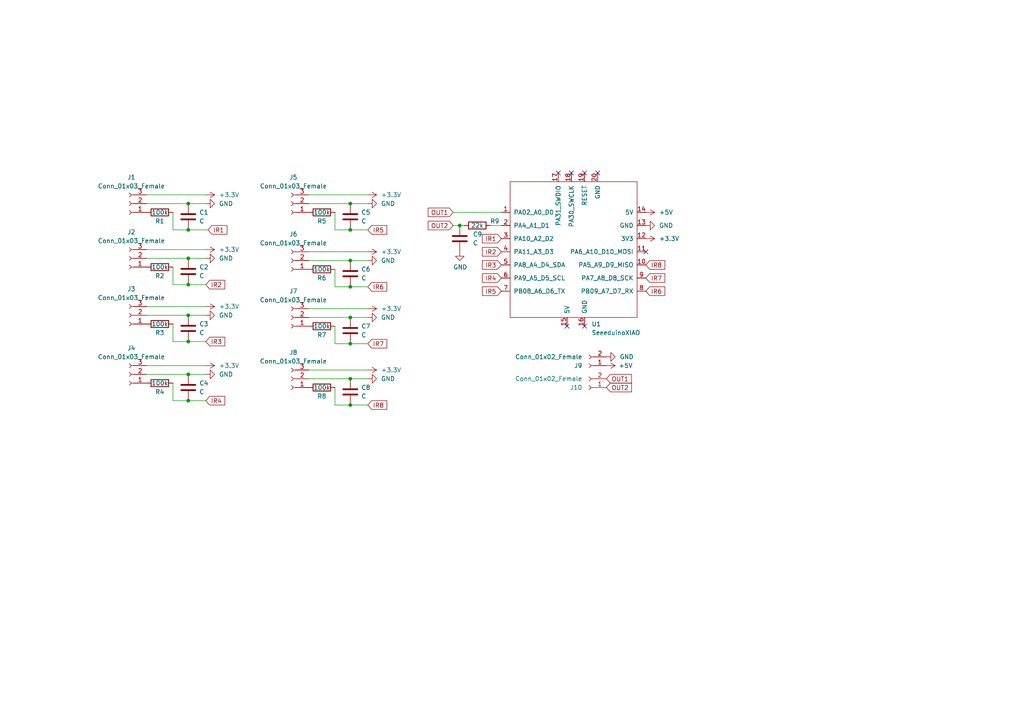
<source format=kicad_sch>
(kicad_sch (version 20211123) (generator eeschema)
  (paper "A4")
  (lib_symbols
    (symbol "Connector:Conn_01x02_Female" (pin_names (offset 1.016) hide)
      (property "Reference" "J" (at 0 2.54 0))
      (property "Value" "Conn_01x02_Female" (at 0 -5.08 0))
      (symbol "Conn_01x02_Female_1_1"
        (arc (start 0 -2.032) (mid -0.508 -2.54) (end 0 -3.048) (stroke (width 0.1524)))
        (polyline (pts (xy -1.27 -2.54) (xy -0.508 -2.54)) (stroke (width 0.1524)))
        (polyline (pts (xy -1.27 0) (xy -0.508 0)) (stroke (width 0.1524)))
        (arc (start 0 0.508) (mid -0.508 0) (end 0 -0.508) (stroke (width 0.1524)))
        (pin passive line (at -5.08 0 0) (length 3.81) (name "Pin_1") (number "1"))
        (pin passive line (at -5.08 -2.54 0) (length 3.81) (name "Pin_2") (number "2"))
      )
    )
    (symbol "Connector:Conn_01x03_Female" (pin_names (offset 1.016) hide)
      (property "Reference" "J" (at 0 5.08 0))
      (property "Value" "Conn_01x03_Female" (at 0 -5.08 0))
      (symbol "Conn_01x03_Female_1_1"
        (arc (start 0 -2.032) (mid -0.508 -2.54) (end 0 -3.048) (stroke (width 0.1524)))
        (polyline (pts (xy -1.27 -2.54) (xy -0.508 -2.54)) (stroke (width 0.1524)))
        (polyline (pts (xy -1.27 0) (xy -0.508 0)) (stroke (width 0.1524)))
        (polyline (pts (xy -1.27 2.54) (xy -0.508 2.54)) (stroke (width 0.1524)))
        (arc (start 0 0.508) (mid -0.508 0) (end 0 -0.508) (stroke (width 0.1524)))
        (arc (start 0 3.048) (mid -0.508 2.54) (end 0 2.032) (stroke (width 0.1524)))
        (pin passive line (at -5.08 2.54 0) (length 3.81) (name "Pin_1") (number "1"))
        (pin passive line (at -5.08 0 0) (length 3.81) (name "Pin_2") (number "2"))
        (pin passive line (at -5.08 -2.54 0) (length 3.81) (name "Pin_3") (number "3"))
      )
    )
    (symbol "Device:C" (pin_numbers hide) (pin_names (offset 0.254))
      (property "Reference" "C" (at 0.635 2.54 0))
      (property "Value" "C" (at 0.635 -2.54 0))
      (symbol "C_0_1"
        (polyline (pts (xy -2.032 -0.762) (xy 2.032 -0.762)) (stroke (width 0.508)))
        (polyline (pts (xy -2.032 0.762) (xy 2.032 0.762)) (stroke (width 0.508)))
      )
      (symbol "C_1_1"
        (pin passive line (at 0 3.81 270) (length 2.794) (name "~") (number "1"))
        (pin passive line (at 0 -3.81 90) (length 2.794) (name "~") (number "2"))
      )
    )
    (symbol "Device:R" (pin_numbers hide) (pin_names (offset 0))
      (property "Reference" "R" (at 2.032 0 90))
      (property "Value" "R" (at 0 0 90))
      (symbol "R_0_1"
        (rectangle (start -1.016 -2.54) (end 1.016 2.54) (stroke (width 0.254)))
      )
      (symbol "R_1_1"
        (pin passive line (at 0 3.81 270) (length 1.27) (name "~") (number "1"))
        (pin passive line (at 0 -3.81 90) (length 1.27) (name "~") (number "2"))
      )
    )
    (symbol "Seeeduino XIAO:SeeeduinoXIAO" (pin_names (offset 1.016))
      (property "Reference" "U" (at -19.05 22.86 0))
      (property "Value" "SeeeduinoXIAO" (at -12.7 21.59 0))
      (symbol "SeeeduinoXIAO_0_1"
        (rectangle (start -19.05 20.32) (end 17.78 -19.05))
      )
      (symbol "SeeeduinoXIAO_1_1"
        (pin unspecified line (at -21.59 11.43 0) (length 2.54) (name "PA02_A0_D0") (number "1"))
        (pin unspecified line (at 20.32 -3.81 180) (length 2.54) (name "PA5_A9_D9_MISO") (number "10"))
        (pin unspecified line (at 20.32 0 180) (length 2.54) (name "PA6_A10_D10_MOSI") (number "11"))
        (pin unspecified line (at 20.32 3.81 180) (length 2.54) (name "3V3") (number "12"))
        (pin unspecified line (at 20.32 7.62 180) (length 2.54) (name "GND") (number "13"))
        (pin unspecified line (at 20.32 11.43 180) (length 2.54) (name "5V") (number "14"))
        (pin input line (at -2.54 -21.59 90) (length 2.54) (name "5V") (number "15"))
        (pin input line (at 2.54 -21.59 90) (length 2.54) (name "GND") (number "16"))
        (pin input line (at -5.08 22.86 270) (length 2.54) (name "PA31_SWDIO") (number "17"))
        (pin input line (at -1.27 22.86 270) (length 2.54) (name "PA30_SWCLK") (number "18"))
        (pin input line (at 2.54 22.86 270) (length 2.54) (name "RESET") (number "19"))
        (pin unspecified line (at -21.59 7.62 0) (length 2.54) (name "PA4_A1_D1") (number "2"))
        (pin input line (at 6.35 22.86 270) (length 2.54) (name "GND") (number "20"))
        (pin unspecified line (at -21.59 3.81 0) (length 2.54) (name "PA10_A2_D2") (number "3"))
        (pin unspecified line (at -21.59 0 0) (length 2.54) (name "PA11_A3_D3") (number "4"))
        (pin unspecified line (at -21.59 -3.81 0) (length 2.54) (name "PA8_A4_D4_SDA") (number "5"))
        (pin unspecified line (at -21.59 -7.62 0) (length 2.54) (name "PA9_A5_D5_SCL") (number "6"))
        (pin unspecified line (at -21.59 -11.43 0) (length 2.54) (name "PB08_A6_D6_TX") (number "7"))
        (pin unspecified line (at 20.32 -11.43 180) (length 2.54) (name "PB09_A7_D7_RX") (number "8"))
        (pin unspecified line (at 20.32 -7.62 180) (length 2.54) (name "PA7_A8_D8_SCK") (number "9"))
      )
    )
    (symbol "power:+3.3V" (power) (pin_names (offset 0))
      (property "Value" "+3.3V" (at 0 3.556 0))
      (symbol "+3.3V_0_1"
        (polyline (pts (xy -0.762 1.27) (xy 0 2.54)))
        (polyline (pts (xy 0 0) (xy 0 2.54)))
        (polyline (pts (xy 0 2.54) (xy 0.762 1.27)))
      )
      (symbol "+3.3V_1_1"
        (pin power_in line (at 0 0 90) (length 0) hide (name "+3.3V") (number "1"))
      )
    )
    (symbol "power:+5V" (power) (pin_names (offset 0))
      (property "Value" "+5V" (at 0 3.556 0))
      (symbol "+5V_0_1"
        (polyline (pts (xy -0.762 1.27) (xy 0 2.54)))
        (polyline (pts (xy 0 0) (xy 0 2.54)))
        (polyline (pts (xy 0 2.54) (xy 0.762 1.27)))
      )
      (symbol "+5V_1_1"
        (pin power_in line (at 0 0 90) (length 0) hide (name "+5V") (number "1"))
      )
    )
    (symbol "power:GND" (power) (pin_names (offset 0))
      (property "Value" "GND" (at 0 -3.81 0))
      (symbol "GND_0_1"
        (polyline (pts (xy 0 0) (xy 0 -1.27) (xy 1.27 -1.27) (xy 0 -2.54) (xy -1.27 -1.27) (xy 0 -1.27)))
      )
      (symbol "GND_1_1"
        (pin power_in line (at 0 0 270) (length 0) hide (name "GND") (number "1"))
      )
    )
  )
  (junction (at 101.6 109.855))
  (junction (at 54.61 91.44))
  (junction (at 133.35 65.405))
  (junction (at 54.61 66.675))
  (junction (at 101.6 59.055))
  (junction (at 101.6 75.565))
  (junction (at 101.6 66.675))
  (junction (at 101.6 117.475))
  (junction (at 101.6 92.075))
  (junction (at 54.61 108.585))
  (junction (at 54.61 74.93))
  (junction (at 54.61 99.06))
  (junction (at 54.61 82.55))
  (junction (at 101.6 99.695))
  (junction (at 54.61 116.205))
  (junction (at 54.61 59.055))
  (junction (at 101.6 83.185))
  (no_connect (at 169.545 94.615))
  (no_connect (at 165.735 50.165))
  (no_connect (at 161.925 50.165))
  (no_connect (at 164.465 94.615))
  (no_connect (at 173.355 50.165))
  (no_connect (at 169.545 50.165))
  (no_connect (at 187.325 73.025))
  (wire (pts (xy 106.68 56.515) (xy 89.535 56.515)))
  (wire (pts (xy 59.69 74.93) (xy 54.61 74.93)))
  (wire (pts (xy 54.61 108.585) (xy 42.545 108.585)))
  (wire (pts (xy 54.61 99.06) (xy 50.165 99.06)))
  (wire (pts (xy 54.61 91.44) (xy 42.545 91.44)))
  (wire (pts (xy 50.165 66.675) (xy 50.165 61.595)))
  (wire (pts (xy 142.24 65.405) (xy 145.415 65.405)))
  (wire (pts (xy 106.68 66.675) (xy 101.6 66.675)))
  (wire (pts (xy 54.61 59.055) (xy 42.545 59.055)))
  (wire (pts (xy 101.6 59.055) (xy 89.535 59.055)))
  (wire (pts (xy 59.69 59.055) (xy 54.61 59.055)))
  (wire (pts (xy 101.6 75.565) (xy 89.535 75.565)))
  (wire (pts (xy 54.61 74.93) (xy 42.545 74.93)))
  (wire (pts (xy 101.6 83.185) (xy 97.155 83.185)))
  (wire (pts (xy 101.6 109.855) (xy 89.535 109.855)))
  (wire (pts (xy 106.68 73.025) (xy 89.535 73.025)))
  (wire (pts (xy 106.68 109.855) (xy 101.6 109.855)))
  (wire (pts (xy 101.6 92.075) (xy 89.535 92.075)))
  (wire (pts (xy 106.68 92.075) (xy 101.6 92.075)))
  (wire (pts (xy 60.325 66.675) (xy 54.61 66.675)))
  (wire (pts (xy 59.69 106.045) (xy 42.545 106.045)))
  (wire (pts (xy 59.69 72.39) (xy 42.545 72.39)))
  (wire (pts (xy 97.155 83.185) (xy 97.155 78.105)))
  (wire (pts (xy 50.165 99.06) (xy 50.165 93.98)))
  (wire (pts (xy 131.445 61.595) (xy 145.415 61.595)))
  (wire (pts (xy 54.61 66.675) (xy 50.165 66.675)))
  (wire (pts (xy 106.68 107.315) (xy 89.535 107.315)))
  (wire (pts (xy 59.69 116.205) (xy 54.61 116.205)))
  (wire (pts (xy 54.61 82.55) (xy 50.165 82.55)))
  (wire (pts (xy 106.68 99.695) (xy 101.6 99.695)))
  (wire (pts (xy 97.155 66.675) (xy 97.155 61.595)))
  (wire (pts (xy 106.68 89.535) (xy 89.535 89.535)))
  (wire (pts (xy 133.35 65.405) (xy 134.62 65.405)))
  (wire (pts (xy 59.69 88.9) (xy 42.545 88.9)))
  (wire (pts (xy 50.165 82.55) (xy 50.165 77.47)))
  (wire (pts (xy 131.445 65.405) (xy 133.35 65.405)))
  (wire (pts (xy 59.69 56.515) (xy 42.545 56.515)))
  (wire (pts (xy 101.6 66.675) (xy 97.155 66.675)))
  (wire (pts (xy 106.68 75.565) (xy 101.6 75.565)))
  (wire (pts (xy 54.61 116.205) (xy 50.165 116.205)))
  (wire (pts (xy 106.68 59.055) (xy 101.6 59.055)))
  (wire (pts (xy 59.69 99.06) (xy 54.61 99.06)))
  (wire (pts (xy 59.69 91.44) (xy 54.61 91.44)))
  (wire (pts (xy 101.6 117.475) (xy 97.155 117.475)))
  (wire (pts (xy 50.165 116.205) (xy 50.165 111.125)))
  (wire (pts (xy 59.69 82.55) (xy 54.61 82.55)))
  (wire (pts (xy 101.6 99.695) (xy 97.155 99.695)))
  (wire (pts (xy 106.68 117.475) (xy 101.6 117.475)))
  (wire (pts (xy 59.69 108.585) (xy 54.61 108.585)))
  (wire (pts (xy 97.155 117.475) (xy 97.155 112.395)))
  (wire (pts (xy 97.155 99.695) (xy 97.155 94.615)))
  (wire (pts (xy 106.68 83.185) (xy 101.6 83.185)))
  (global_label "OUT2" (shape input) (at 131.445 65.405 180) (property "Intersheet References" "${INTERSHEET_REFS}" (effects hide)))
  (global_label "IR2" (shape input) (at 59.69 82.55 0) (property "Intersheet References" "${INTERSHEET_REFS}" (effects hide)))
  (global_label "IR5" (shape input) (at 106.68 66.675 0) (property "Intersheet References" "${INTERSHEET_REFS}" (effects hide)))
  (global_label "IR3" (shape input) (at 145.415 76.835 180) (property "Intersheet References" "${INTERSHEET_REFS}" (effects hide)))
  (global_label "IR6" (shape input) (at 106.68 83.185 0) (property "Intersheet References" "${INTERSHEET_REFS}" (effects hide)))
  (global_label "IR7" (shape input) (at 187.325 80.645 0) (property "Intersheet References" "${INTERSHEET_REFS}" (effects hide)))
  (global_label "OUT1" (shape input) (at 131.445 61.595 180) (property "Intersheet References" "${INTERSHEET_REFS}" (effects hide)))
  (global_label "IR1" (shape input) (at 60.325 66.675 0) (property "Intersheet References" "${INTERSHEET_REFS}" (effects hide)))
  (global_label "IR8" (shape input) (at 187.325 76.835 0) (property "Intersheet References" "${INTERSHEET_REFS}" (effects hide)))
  (global_label "IR4" (shape input) (at 145.415 80.645 180) (property "Intersheet References" "${INTERSHEET_REFS}" (effects hide)))
  (global_label "IR2" (shape input) (at 145.415 73.025 180) (property "Intersheet References" "${INTERSHEET_REFS}" (effects hide)))
  (global_label "IR7" (shape input) (at 106.68 99.695 0) (property "Intersheet References" "${INTERSHEET_REFS}" (effects hide)))
  (global_label "OUT1" (shape input) (at 175.895 109.855 0) (property "Intersheet References" "${INTERSHEET_REFS}" (effects hide)))
  (global_label "IR6" (shape input) (at 187.325 84.455 0) (property "Intersheet References" "${INTERSHEET_REFS}" (effects hide)))
  (global_label "OUT2" (shape input) (at 175.895 112.395 0) (property "Intersheet References" "${INTERSHEET_REFS}" (effects hide)))
  (global_label "IR4" (shape input) (at 59.69 116.205 0) (property "Intersheet References" "${INTERSHEET_REFS}" (effects hide)))
  (global_label "IR3" (shape input) (at 59.69 99.06 0) (property "Intersheet References" "${INTERSHEET_REFS}" (effects hide)))
  (global_label "IR5" (shape input) (at 145.415 84.455 180) (property "Intersheet References" "${INTERSHEET_REFS}" (effects hide)))
  (global_label "IR1" (shape input) (at 145.415 69.215 180) (property "Intersheet References" "${INTERSHEET_REFS}" (effects hide)))
  (global_label "IR8" (shape input) (at 106.68 117.475 0) (property "Intersheet References" "${INTERSHEET_REFS}" (effects hide)))
  (symbol (lib_id "power:GND") (at 59.69 74.93 90) (unit 1)
    (property "Reference" "#PWR04" (effects hide))
    (property "Value" "GND" (at 63.5 74.9299 90) (effects (justify right)))
  )
  (symbol (lib_id "Device:C") (at 54.61 78.74 0) (unit 1)
    (property "Reference" "C2" (at 57.785 77.4699 0) (effects (justify left)))
    (property "Value" "C" (at 57.785 80.0099 0) (effects (justify left)))
    (property "Footprint" "Capacitor_THT:C_Disc_D5.0mm_W2.5mm_P5.00mm" (effects hide))
  )
  (symbol (lib_id "Device:C") (at 54.61 112.395 0) (unit 1)
    (property "Reference" "C4" (at 57.785 111.1249 0) (effects (justify left)))
    (property "Value" "C" (at 57.785 113.6649 0) (effects (justify left)))
    (property "Footprint" "Capacitor_THT:C_Disc_D5.0mm_W2.5mm_P5.00mm" (effects hide))
  )
  (symbol (lib_id "power:+5V") (at 187.325 61.595 270) (unit 1)
    (property "Reference" "#PWR020" (effects hide))
    (property "Value" "+5V" (at 191.135 61.5949 90) (effects (justify left)))
  )
  (symbol (lib_id "Connector:Conn_01x03_Female") (at 84.455 59.055 180) (unit 1)
    (property "Reference" "J5" (at 85.09 51.435 0))
    (property "Value" "Conn_01x03_Female" (at 85.09 53.975 0))
    (property "Footprint" "Connector_PinSocket_2.54mm:PinSocket_1x03_P2.54mm_Vertical" (effects hide))
  )
  (symbol (lib_id "power:GND") (at 106.68 109.855 90) (unit 1)
    (property "Reference" "#PWR016" (effects hide))
    (property "Value" "GND" (at 110.49 109.8549 90) (effects (justify right)))
  )
  (symbol (lib_id "Device:C") (at 101.6 95.885 0) (unit 1)
    (property "Reference" "C7" (at 104.775 94.6149 0) (effects (justify left)))
    (property "Value" "C" (at 104.775 97.1549 0) (effects (justify left)))
    (property "Footprint" "Capacitor_THT:C_Disc_D5.0mm_W2.5mm_P5.00mm" (effects hide))
  )
  (symbol (lib_id "Device:C") (at 101.6 113.665 0) (unit 1)
    (property "Reference" "C8" (at 104.775 112.3949 0) (effects (justify left)))
    (property "Value" "C" (at 104.775 114.9349 0) (effects (justify left)))
    (property "Footprint" "Capacitor_THT:C_Disc_D5.0mm_W2.5mm_P5.00mm" (effects hide))
  )
  (symbol (lib_id "power:+3.3V") (at 59.69 106.045 270) (unit 1)
    (property "Reference" "#PWR07" (effects hide))
    (property "Value" "+3.3V" (at 63.5 106.0449 90) (effects (justify left)))
  )
  (symbol (lib_id "Device:R") (at 93.345 78.105 90) (unit 1)
    (property "Reference" "R6" (at 93.345 80.645 90))
    (property "Value" "100k" (at 93.345 78.105 90))
    (property "Footprint" "Resistor_THT:R_Axial_DIN0204_L3.6mm_D1.6mm_P5.08mm_Horizontal" (effects hide))
  )
  (symbol (lib_id "power:GND") (at 175.895 103.505 90) (unit 1)
    (property "Reference" "#PWR018" (effects hide))
    (property "Value" "GND" (at 179.705 103.5049 90) (effects (justify right)))
  )
  (symbol (lib_id "power:GND") (at 133.35 73.025 0) (unit 1)
    (property "Reference" "#PWR017" (effects hide))
    (property "Value" "GND" (at 131.445 77.47 0) (effects (justify left)))
  )
  (symbol (lib_id "Device:R") (at 46.355 93.98 90) (unit 1)
    (property "Reference" "R3" (at 46.355 96.52 90))
    (property "Value" "100k" (at 46.355 93.98 90))
    (property "Footprint" "Resistor_THT:R_Axial_DIN0204_L3.6mm_D1.6mm_P5.08mm_Horizontal" (effects hide))
  )
  (symbol (lib_id "Connector:Conn_01x03_Female") (at 37.465 59.055 180) (unit 1)
    (property "Reference" "J1" (at 38.1 51.435 0))
    (property "Value" "Conn_01x03_Female" (at 38.1 53.975 0))
    (property "Footprint" "Connector_PinSocket_2.54mm:PinSocket_1x03_P2.54mm_Vertical" (effects hide))
  )
  (symbol (lib_id "Connector:Conn_01x03_Female") (at 37.465 91.44 180) (unit 1)
    (property "Reference" "J3" (at 38.1 83.82 0))
    (property "Value" "Conn_01x03_Female" (at 38.1 86.36 0))
    (property "Footprint" "Connector_PinSocket_2.54mm:PinSocket_1x03_P2.54mm_Vertical" (effects hide))
  )
  (symbol (lib_id "Device:R") (at 93.345 112.395 90) (unit 1)
    (property "Reference" "R8" (at 93.345 114.935 90))
    (property "Value" "100k" (at 93.345 112.395 90))
    (property "Footprint" "Resistor_THT:R_Axial_DIN0204_L3.6mm_D1.6mm_P5.08mm_Horizontal" (effects hide))
  )
  (symbol (lib_id "power:+3.3V") (at 59.69 72.39 270) (unit 1)
    (property "Reference" "#PWR03" (effects hide))
    (property "Value" "+3.3V" (at 63.5 72.3899 90) (effects (justify left)))
  )
  (symbol (lib_id "Connector:Conn_01x03_Female") (at 37.465 74.93 180) (unit 1)
    (property "Reference" "J2" (at 38.1 67.31 0))
    (property "Value" "Conn_01x03_Female" (at 38.1 69.85 0))
    (property "Footprint" "Connector_PinSocket_2.54mm:PinSocket_1x03_P2.54mm_Vertical" (effects hide))
  )
  (symbol (lib_id "power:+5V") (at 175.895 106.045 270) (unit 1)
    (property "Reference" "#PWR019" (effects hide))
    (property "Value" "+5V" (at 183.515 106.045 90) (effects (justify right)))
  )
  (symbol (lib_id "Connector:Conn_01x03_Female") (at 84.455 109.855 180) (unit 1)
    (property "Reference" "J8" (at 85.09 102.235 0))
    (property "Value" "Conn_01x03_Female" (at 85.09 104.775 0))
    (property "Footprint" "Connector_PinSocket_2.54mm:PinSocket_1x03_P2.54mm_Vertical" (effects hide))
  )
  (symbol (lib_id "Device:R") (at 93.345 94.615 90) (unit 1)
    (property "Reference" "R7" (at 93.345 97.155 90))
    (property "Value" "100k" (at 93.345 94.615 90))
    (property "Footprint" "Resistor_THT:R_Axial_DIN0204_L3.6mm_D1.6mm_P5.08mm_Horizontal" (effects hide))
  )
  (symbol (lib_id "Device:R") (at 138.43 65.405 90) (unit 1)
    (property "Reference" "R9" (at 143.51 64.135 90))
    (property "Value" "22k" (at 138.43 65.405 90))
    (property "Footprint" "Resistor_THT:R_Axial_DIN0204_L3.6mm_D1.6mm_P5.08mm_Horizontal" (effects hide))
  )
  (symbol (lib_id "Seeeduino XIAO:SeeeduinoXIAO") (at 167.005 73.025 0) (unit 1)
    (property "Reference" "U1" (at 171.5644 93.98 0) (effects (justify left)))
    (property "Value" "SeeeduinoXIAO" (at 171.5644 96.52 0) (effects (justify left)))
    (property "Footprint" "KiCad_Library:seeeduinoXIAO" (effects hide))
  )
  (symbol (lib_id "power:+3.3V") (at 106.68 73.025 270) (unit 1)
    (property "Reference" "#PWR011" (effects hide))
    (property "Value" "+3.3V" (at 110.49 73.0249 90) (effects (justify left)))
  )
  (symbol (lib_id "Connector:Conn_01x02_Female") (at 170.815 112.395 180) (unit 1)
    (property "Reference" "J10" (at 168.91 112.3951 0) (effects (justify left)))
    (property "Value" "Conn_01x02_Female" (at 168.91 109.8551 0) (effects (justify left)))
    (property "Footprint" "Connector_PinSocket_2.54mm:PinSocket_1x02_P2.54mm_Vertical" (effects hide))
  )
  (symbol (lib_id "power:GND") (at 106.68 59.055 90) (unit 1)
    (property "Reference" "#PWR010" (effects hide))
    (property "Value" "GND" (at 110.49 59.0549 90) (effects (justify right)))
  )
  (symbol (lib_id "Device:C") (at 54.61 95.25 0) (unit 1)
    (property "Reference" "C3" (at 57.785 93.9799 0) (effects (justify left)))
    (property "Value" "C" (at 57.785 96.5199 0) (effects (justify left)))
    (property "Footprint" "Capacitor_THT:C_Disc_D5.0mm_W2.5mm_P5.00mm" (effects hide))
  )
  (symbol (lib_id "Device:R") (at 46.355 61.595 90) (unit 1)
    (property "Reference" "R1" (at 46.355 64.135 90))
    (property "Value" "100k" (at 46.355 61.595 90))
    (property "Footprint" "Resistor_THT:R_Axial_DIN0204_L3.6mm_D1.6mm_P5.08mm_Horizontal" (effects hide))
  )
  (symbol (lib_id "Device:C") (at 54.61 62.865 0) (unit 1)
    (property "Reference" "C1" (at 57.785 61.5949 0) (effects (justify left)))
    (property "Value" "C" (at 57.785 64.1349 0) (effects (justify left)))
    (property "Footprint" "Capacitor_THT:C_Disc_D5.0mm_W2.5mm_P5.00mm" (effects hide))
  )
  (symbol (lib_id "Device:C") (at 101.6 62.865 0) (unit 1)
    (property "Reference" "C5" (at 104.775 61.5949 0) (effects (justify left)))
    (property "Value" "C" (at 104.775 64.1349 0) (effects (justify left)))
    (property "Footprint" "Capacitor_THT:C_Disc_D5.0mm_W2.5mm_P5.00mm" (effects hide))
  )
  (symbol (lib_id "power:+3.3V") (at 59.69 88.9 270) (unit 1)
    (property "Reference" "#PWR05" (effects hide))
    (property "Value" "+3.3V" (at 63.5 88.8999 90) (effects (justify left)))
  )
  (symbol (lib_id "Connector:Conn_01x03_Female") (at 84.455 92.075 180) (unit 1)
    (property "Reference" "J7" (at 85.09 84.455 0))
    (property "Value" "Conn_01x03_Female" (at 85.09 86.995 0))
    (property "Footprint" "Connector_PinSocket_2.54mm:PinSocket_1x03_P2.54mm_Vertical" (effects hide))
  )
  (symbol (lib_id "Connector:Conn_01x03_Female") (at 37.465 108.585 180) (unit 1)
    (property "Reference" "J4" (at 38.1 100.965 0))
    (property "Value" "Conn_01x03_Female" (at 38.1 103.505 0))
    (property "Footprint" "Connector_PinSocket_2.54mm:PinSocket_1x03_P2.54mm_Vertical" (effects hide))
  )
  (symbol (lib_id "power:+3.3V") (at 106.68 107.315 270) (unit 1)
    (property "Reference" "#PWR015" (effects hide))
    (property "Value" "+3.3V" (at 110.49 107.3149 90) (effects (justify left)))
  )
  (symbol (lib_id "Device:R") (at 46.355 77.47 90) (unit 1)
    (property "Reference" "R2" (at 46.355 80.01 90))
    (property "Value" "100k" (at 46.355 77.47 90))
    (property "Footprint" "Resistor_THT:R_Axial_DIN0204_L3.6mm_D1.6mm_P5.08mm_Horizontal" (effects hide))
  )
  (symbol (lib_id "Device:C") (at 101.6 79.375 0) (unit 1)
    (property "Reference" "C6" (at 104.775 78.1049 0) (effects (justify left)))
    (property "Value" "C" (at 104.775 80.6449 0) (effects (justify left)))
    (property "Footprint" "Capacitor_THT:C_Disc_D5.0mm_W2.5mm_P5.00mm" (effects hide))
  )
  (symbol (lib_id "Connector:Conn_01x03_Female") (at 84.455 75.565 180) (unit 1)
    (property "Reference" "J6" (at 85.09 67.945 0))
    (property "Value" "Conn_01x03_Female" (at 85.09 70.485 0))
    (property "Footprint" "Connector_PinSocket_2.54mm:PinSocket_1x03_P2.54mm_Vertical" (effects hide))
  )
  (symbol (lib_id "power:GND") (at 59.69 59.055 90) (unit 1)
    (property "Reference" "#PWR02" (effects hide))
    (property "Value" "GND" (at 63.5 59.0549 90) (effects (justify right)))
  )
  (symbol (lib_id "power:+3.3V") (at 106.68 89.535 270) (unit 1)
    (property "Reference" "#PWR013" (effects hide))
    (property "Value" "+3.3V" (at 110.49 89.5349 90) (effects (justify left)))
  )
  (symbol (lib_id "Device:R") (at 93.345 61.595 90) (unit 1)
    (property "Reference" "R5" (at 93.345 64.135 90))
    (property "Value" "100k" (at 93.345 61.595 90))
    (property "Footprint" "Resistor_THT:R_Axial_DIN0204_L3.6mm_D1.6mm_P5.08mm_Horizontal" (effects hide))
  )
  (symbol (lib_id "power:+3.3V") (at 187.325 69.215 270) (unit 1)
    (property "Reference" "#PWR022" (effects hide))
    (property "Value" "+3.3V" (at 191.135 69.2149 90) (effects (justify left)))
  )
  (symbol (lib_id "power:+3.3V") (at 59.69 56.515 270) (unit 1)
    (property "Reference" "#PWR01" (effects hide))
    (property "Value" "+3.3V" (at 63.5 56.5149 90) (effects (justify left)))
  )
  (symbol (lib_id "power:+3.3V") (at 106.68 56.515 270) (unit 1)
    (property "Reference" "#PWR09" (effects hide))
    (property "Value" "+3.3V" (at 110.49 56.5149 90) (effects (justify left)))
  )
  (symbol (lib_id "Device:R") (at 46.355 111.125 90) (unit 1)
    (property "Reference" "R4" (at 46.355 113.665 90))
    (property "Value" "100k" (at 46.355 111.125 90))
    (property "Footprint" "Resistor_THT:R_Axial_DIN0204_L3.6mm_D1.6mm_P5.08mm_Horizontal" (effects hide))
  )
  (symbol (lib_id "power:GND") (at 106.68 92.075 90) (unit 1)
    (property "Reference" "#PWR014" (effects hide))
    (property "Value" "GND" (at 110.49 92.0749 90) (effects (justify right)))
  )
  (symbol (lib_id "Device:C") (at 133.35 69.215 0) (unit 1)
    (property "Reference" "C9" (at 137.16 67.9449 0) (effects (justify left)))
    (property "Value" "C" (at 137.16 70.4849 0) (effects (justify left)))
    (property "Footprint" "Capacitor_THT:C_Disc_D5.0mm_W2.5mm_P5.00mm" (effects hide))
  )
  (symbol (lib_id "power:GND") (at 59.69 108.585 90) (unit 1)
    (property "Reference" "#PWR08" (effects hide))
    (property "Value" "GND" (at 63.5 108.5849 90) (effects (justify right)))
  )
  (symbol (lib_id "power:GND") (at 187.325 65.405 90) (unit 1)
    (property "Reference" "#PWR021" (effects hide))
    (property "Value" "GND" (at 191.135 65.4049 90) (effects (justify right)))
  )
  (symbol (lib_id "power:GND") (at 106.68 75.565 90) (unit 1)
    (property "Reference" "#PWR012" (effects hide))
    (property "Value" "GND" (at 110.49 75.5649 90) (effects (justify right)))
  )
  (symbol (lib_id "power:GND") (at 59.69 91.44 90) (unit 1)
    (property "Reference" "#PWR06" (effects hide))
    (property "Value" "GND" (at 63.5 91.4399 90) (effects (justify right)))
  )
  (symbol (lib_id "Connector:Conn_01x02_Female") (at 170.815 106.045 180) (unit 1)
    (property "Reference" "J9" (at 168.91 106.0451 0) (effects (justify left)))
    (property "Value" "Conn_01x02_Female" (at 168.91 103.5051 0) (effects (justify left)))
    (property "Footprint" "Connector_PinSocket_2.54mm:PinSocket_1x02_P2.54mm_Vertical" (effects hide))
  )
)
</source>
